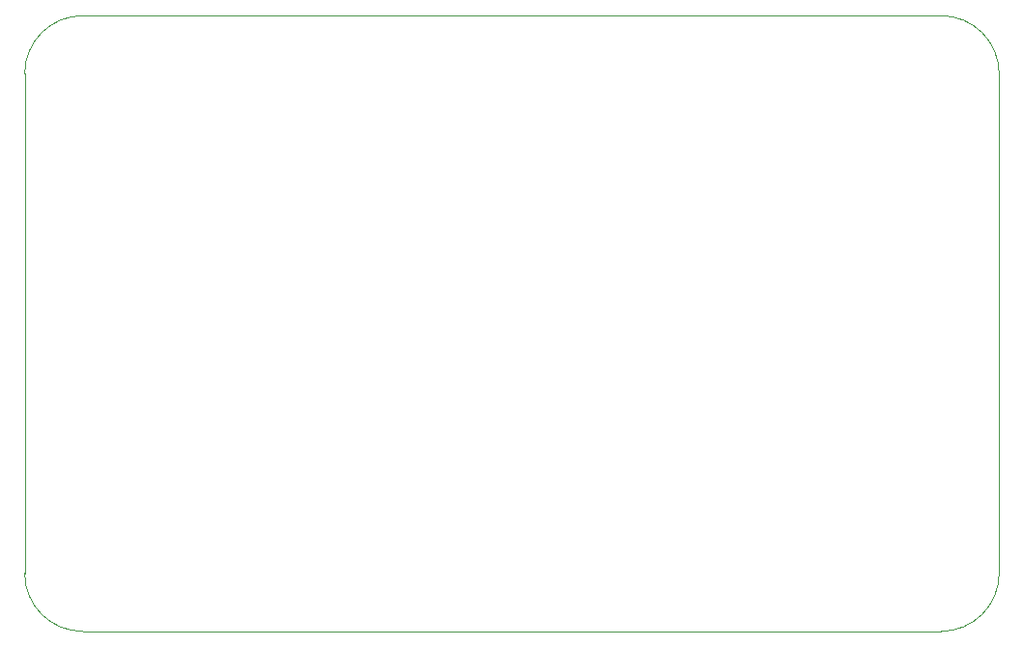
<source format=gbr>
%TF.GenerationSoftware,KiCad,Pcbnew,(5.1.6)-1*%
%TF.CreationDate,2021-02-06T11:25:37-03:00*%
%TF.ProjectId,GaroaRelogio,4761726f-6152-4656-9c6f-67696f2e6b69,rev?*%
%TF.SameCoordinates,Original*%
%TF.FileFunction,Profile,NP*%
%FSLAX46Y46*%
G04 Gerber Fmt 4.6, Leading zero omitted, Abs format (unit mm)*
G04 Created by KiCad (PCBNEW (5.1.6)-1) date 2021-02-06 11:25:37*
%MOMM*%
%LPD*%
G01*
G04 APERTURE LIST*
%TA.AperFunction,Profile*%
%ADD10C,0.050000*%
%TD*%
G04 APERTURE END LIST*
D10*
X180657500Y-106045000D02*
X180657500Y-62230000D01*
X100330000Y-111125000D02*
X175577500Y-111125000D01*
X95250000Y-62230000D02*
X95250000Y-106045000D01*
X175577500Y-57150000D02*
X100330000Y-57150000D01*
X175577500Y-57150000D02*
G75*
G02*
X180657500Y-62230000I0J-5080000D01*
G01*
X180657500Y-106045000D02*
G75*
G02*
X175577500Y-111125000I-5080000J0D01*
G01*
X100330000Y-111125000D02*
G75*
G02*
X95250000Y-106045000I0J5080000D01*
G01*
X95250000Y-62230000D02*
G75*
G02*
X100330000Y-57150000I5080000J0D01*
G01*
M02*

</source>
